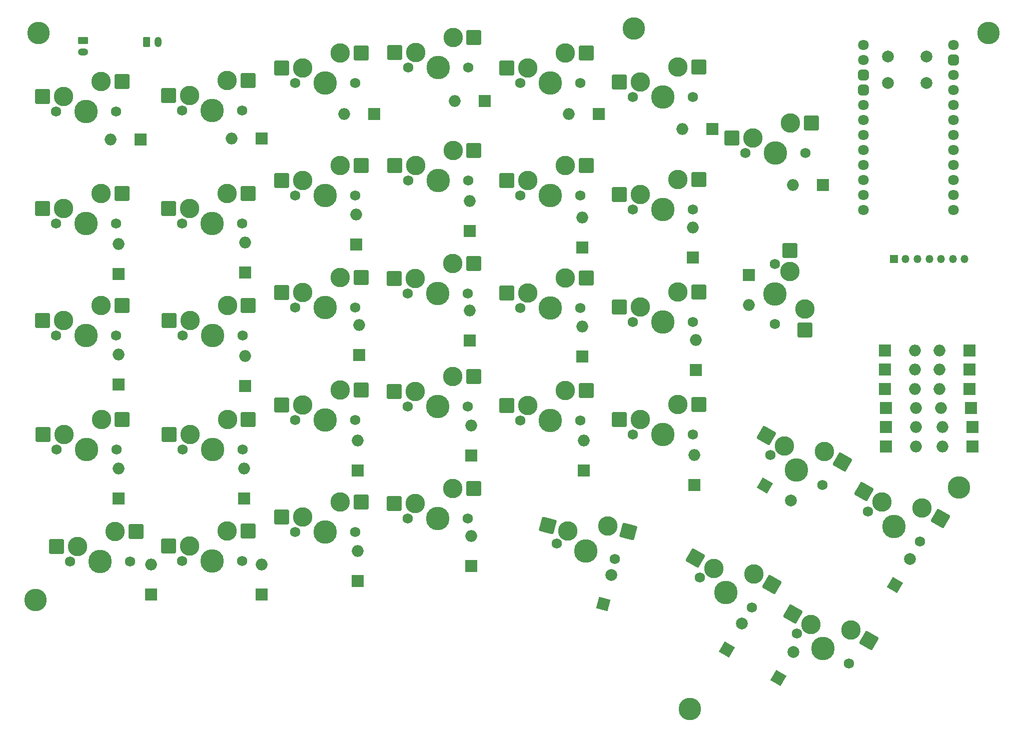
<source format=gbs>
%TF.GenerationSoftware,KiCad,Pcbnew,8.0.2-1*%
%TF.CreationDate,2024-06-04T11:33:55+02:00*%
%TF.ProjectId,keyboard,6b657962-6f61-4726-942e-6b696361645f,rev?*%
%TF.SameCoordinates,Original*%
%TF.FileFunction,Soldermask,Bot*%
%TF.FilePolarity,Negative*%
%FSLAX46Y46*%
G04 Gerber Fmt 4.6, Leading zero omitted, Abs format (unit mm)*
G04 Created by KiCad (PCBNEW 8.0.2-1) date 2024-06-04 11:33:55*
%MOMM*%
%LPD*%
G01*
G04 APERTURE LIST*
G04 Aperture macros list*
%AMRoundRect*
0 Rectangle with rounded corners*
0 $1 Rounding radius*
0 $2 $3 $4 $5 $6 $7 $8 $9 X,Y pos of 4 corners*
0 Add a 4 corners polygon primitive as box body*
4,1,4,$2,$3,$4,$5,$6,$7,$8,$9,$2,$3,0*
0 Add four circle primitives for the rounded corners*
1,1,$1+$1,$2,$3*
1,1,$1+$1,$4,$5*
1,1,$1+$1,$6,$7*
1,1,$1+$1,$8,$9*
0 Add four rect primitives between the rounded corners*
20,1,$1+$1,$2,$3,$4,$5,0*
20,1,$1+$1,$4,$5,$6,$7,0*
20,1,$1+$1,$6,$7,$8,$9,0*
20,1,$1+$1,$8,$9,$2,$3,0*%
%AMHorizOval*
0 Thick line with rounded ends*
0 $1 width*
0 $2 $3 position (X,Y) of the first rounded end (center of the circle)*
0 $4 $5 position (X,Y) of the second rounded end (center of the circle)*
0 Add line between two ends*
20,1,$1,$2,$3,$4,$5,0*
0 Add two circle primitives to create the rounded ends*
1,1,$1,$2,$3*
1,1,$1,$4,$5*%
%AMRotRect*
0 Rectangle, with rotation*
0 The origin of the aperture is its center*
0 $1 length*
0 $2 width*
0 $3 Rotation angle, in degrees counterclockwise*
0 Add horizontal line*
21,1,$1,$2,0,0,$3*%
G04 Aperture macros list end*
%ADD10C,3.800000*%
%ADD11O,2.000000X2.000000*%
%ADD12R,2.000000X2.000000*%
%ADD13C,1.800000*%
%ADD14RoundRect,0.450000X-0.450000X-0.450000X0.450000X-0.450000X0.450000X0.450000X-0.450000X0.450000X0*%
%ADD15R,1.350000X1.350000*%
%ADD16O,1.350000X1.350000*%
%ADD17C,1.750000*%
%ADD18C,3.987800*%
%ADD19C,3.300000*%
%ADD20RoundRect,0.250000X1.000000X-1.025000X1.000000X1.025000X-1.000000X1.025000X-1.000000X-1.025000X0*%
%ADD21RoundRect,0.250000X1.025000X1.000000X-1.025000X1.000000X-1.025000X-1.000000X1.025000X-1.000000X0*%
%ADD22RotRect,2.000000X2.000000X330.000000*%
%ADD23HorizOval,2.000000X0.000000X0.000000X0.000000X0.000000X0*%
%ADD24RoundRect,0.250000X1.387676X0.353525X-0.387676X1.378525X-1.387676X-0.353525X0.387676X-1.378525X0*%
%ADD25RoundRect,0.250000X-0.625000X0.350000X-0.625000X-0.350000X0.625000X-0.350000X0.625000X0.350000X0*%
%ADD26O,1.750000X1.200000*%
%ADD27RotRect,2.000000X2.000000X60.000000*%
%ADD28HorizOval,2.000000X0.000000X0.000000X0.000000X0.000000X0*%
%ADD29RoundRect,0.250000X1.248893X0.700636X-0.731255X1.231215X-1.248893X-0.700636X0.731255X-1.231215X0*%
%ADD30RotRect,2.000000X2.000000X75.000000*%
%ADD31HorizOval,2.000000X0.000000X0.000000X0.000000X0.000000X0*%
%ADD32RoundRect,0.250000X-0.350000X-0.625000X0.350000X-0.625000X0.350000X0.625000X-0.350000X0.625000X0*%
%ADD33O,1.200000X1.750000*%
%ADD34C,2.000000*%
G04 APERTURE END LIST*
D10*
%TO.C,H1*%
X198250000Y-107500000D03*
%TD*%
D11*
%TO.C,D_I_[6:2]1*%
X194960000Y-84250000D03*
D12*
X200040000Y-84250000D03*
%TD*%
%TO.C,D_I[1:2]1*%
X200540000Y-100500000D03*
D11*
X195460000Y-100500000D03*
%TD*%
D12*
%TO.C,D_I_[2:1]1*%
X185960000Y-97250000D03*
D11*
X191040000Y-97250000D03*
%TD*%
D12*
%TO.C,D_I_[2:2]1*%
X200540000Y-97250000D03*
D11*
X195460000Y-97250000D03*
%TD*%
D10*
%TO.C,H2*%
X42500000Y-30500000D03*
%TD*%
D12*
%TO.C,D_I_[4:1]1*%
X185710000Y-90750000D03*
D11*
X190790000Y-90750000D03*
%TD*%
D12*
%TO.C,D_I_[5:1]1*%
X185710000Y-87500000D03*
D11*
X190790000Y-87500000D03*
%TD*%
D10*
%TO.C,H3*%
X152750000Y-145000000D03*
%TD*%
D12*
%TO.C,D_I_[5:2]1*%
X200040000Y-87500000D03*
D11*
X194960000Y-87500000D03*
%TD*%
D12*
%TO.C,D_I_[3:1]1*%
X185920000Y-94000000D03*
D11*
X191000000Y-94000000D03*
%TD*%
D10*
%TO.C,H6*%
X143250000Y-29750000D03*
%TD*%
D13*
%TO.C,U1*%
X182130000Y-32530000D03*
X182130000Y-35070000D03*
D14*
X182130000Y-37610000D03*
X182130000Y-40150000D03*
D13*
X182130000Y-42690000D03*
X182130000Y-45230000D03*
X182130000Y-47770000D03*
X182130000Y-50310000D03*
X182130000Y-52850000D03*
X182130000Y-55390000D03*
X182130000Y-57930000D03*
X182130000Y-60470000D03*
X197370000Y-32530000D03*
D14*
X197370000Y-35070000D03*
D13*
X197370000Y-37610000D03*
X197370000Y-40150000D03*
X197370000Y-42690000D03*
X197370000Y-45230000D03*
X197370000Y-47770000D03*
X197370000Y-50310000D03*
X197370000Y-52850000D03*
X197370000Y-55390000D03*
X197370000Y-57930000D03*
X197370000Y-60470000D03*
%TD*%
D10*
%TO.C,H7*%
X203250000Y-30500000D03*
%TD*%
D12*
%TO.C,D_I_[4:2]1*%
X200040000Y-90750000D03*
D11*
X194960000Y-90750000D03*
%TD*%
D12*
%TO.C,D_I_[3:2]1*%
X200290000Y-94000000D03*
D11*
X195210000Y-94000000D03*
%TD*%
D12*
%TO.C,D_I_[6:1]1*%
X185710000Y-84250000D03*
D11*
X190790000Y-84250000D03*
%TD*%
D10*
%TO.C,H5*%
X42000000Y-126500000D03*
%TD*%
D15*
%TO.C,Display_conn1*%
X187250000Y-68750000D03*
D16*
X189250000Y-68750000D03*
X191250000Y-68750000D03*
X193250000Y-68750000D03*
X195250000Y-68750000D03*
X197250000Y-68750000D03*
X199250000Y-68750000D03*
%TD*%
D12*
%TO.C,D[3:2]1*%
X96250000Y-66290000D03*
D11*
X96250000Y-61210000D03*
%TD*%
D17*
%TO.C,SW_[7:2]1*%
X167150000Y-79750000D03*
D18*
X167150000Y-74670000D03*
D17*
X167150000Y-69590000D03*
D19*
X169690000Y-70860000D03*
D20*
X169690000Y-67310000D03*
X172230000Y-80760000D03*
D19*
X172230000Y-77210000D03*
%TD*%
D17*
%TO.C,SW_[1:4]1*%
X55660000Y-101000000D03*
D18*
X50580000Y-101000000D03*
D17*
X45500000Y-101000000D03*
D19*
X46770000Y-98460000D03*
D21*
X43220000Y-98460000D03*
X56670000Y-95920000D03*
D19*
X53120000Y-95920000D03*
%TD*%
D12*
%TO.C,D[4:2]1*%
X115500000Y-64040000D03*
D11*
X115500000Y-58960000D03*
%TD*%
D12*
%TO.C,D[5:1]1*%
X137290000Y-44250000D03*
D11*
X132210000Y-44250000D03*
%TD*%
D12*
%TO.C,D[1:5]1*%
X61540000Y-125540000D03*
D11*
X61540000Y-120460000D03*
%TD*%
D12*
%TO.C,D[6:2]1*%
X153250000Y-68540000D03*
D11*
X153250000Y-63460000D03*
%TD*%
D17*
%TO.C,SW_[6:1]1*%
X153230000Y-41300000D03*
D18*
X148150000Y-41300000D03*
D17*
X143070000Y-41300000D03*
D19*
X144340000Y-38760000D03*
D21*
X140790000Y-38760000D03*
X154240000Y-36220000D03*
D19*
X150690000Y-36220000D03*
%TD*%
D12*
%TO.C,D[5:2]1*%
X134500000Y-66790000D03*
D11*
X134500000Y-61710000D03*
%TD*%
D17*
%TO.C,SW_[2:4]1*%
X77000000Y-101000000D03*
D18*
X71920000Y-101000000D03*
D17*
X66840000Y-101000000D03*
D19*
X68110000Y-98460000D03*
D21*
X64560000Y-98460000D03*
X78010000Y-95920000D03*
D19*
X74460000Y-95920000D03*
%TD*%
D17*
%TO.C,SW_[2:5]1*%
X76944800Y-119930500D03*
D18*
X71864800Y-119930500D03*
D17*
X66784800Y-119930500D03*
D19*
X68054800Y-117390500D03*
D21*
X64504800Y-117390500D03*
X77954800Y-114850500D03*
D19*
X74404800Y-114850500D03*
%TD*%
D17*
%TO.C,SW_[1:3]1*%
X55580000Y-81750000D03*
D18*
X50500000Y-81750000D03*
D17*
X45420000Y-81750000D03*
D19*
X46690000Y-79210000D03*
D21*
X43140000Y-79210000D03*
X56590000Y-76670000D03*
D19*
X53040000Y-76670000D03*
%TD*%
D12*
%TO.C,D[6:1]1*%
X156540000Y-46750000D03*
D11*
X151460000Y-46750000D03*
%TD*%
D12*
%TO.C,D[4:5]1*%
X115750000Y-120790000D03*
D11*
X115750000Y-115710000D03*
%TD*%
D22*
%TO.C,D[7:3]1*%
X165446100Y-107092500D03*
D23*
X169845509Y-109632500D03*
%TD*%
D17*
%TO.C,SW_[6:3]1*%
X153230000Y-79430500D03*
D18*
X148150000Y-79430500D03*
D17*
X143070000Y-79430500D03*
D19*
X144340000Y-76890500D03*
D21*
X140790000Y-76890500D03*
X154240000Y-74350500D03*
D19*
X150690000Y-74350500D03*
%TD*%
D17*
%TO.C,SW_[6:5]1*%
X163199409Y-127790001D03*
D18*
X158800000Y-125250000D03*
D17*
X154400591Y-122709999D03*
D19*
X156770444Y-121145295D03*
D24*
X153696053Y-119370295D03*
X166614095Y-123895591D03*
D19*
X163539705Y-122120591D03*
%TD*%
D17*
%TO.C,SW_[2:2]1*%
X76944800Y-62750000D03*
D18*
X71864800Y-62750000D03*
D17*
X66784800Y-62750000D03*
D19*
X68054800Y-60210000D03*
D21*
X64504800Y-60210000D03*
X77954800Y-57670000D03*
D19*
X74404800Y-57670000D03*
%TD*%
D25*
%TO.C,Battery1*%
X50000000Y-31750000D03*
D26*
X50000000Y-33750000D03*
%TD*%
D17*
%TO.C,SW_[4:3]1*%
X115144800Y-74630500D03*
D18*
X110064800Y-74630500D03*
D17*
X104984800Y-74630500D03*
D19*
X106254800Y-72090500D03*
D21*
X102704800Y-72090500D03*
X116154800Y-69550500D03*
D19*
X112604800Y-69550500D03*
%TD*%
D12*
%TO.C,D[1:1]1*%
X59740000Y-48500000D03*
D11*
X54660000Y-48500000D03*
%TD*%
D12*
%TO.C,D[4:1]1*%
X118040000Y-42000000D03*
D11*
X112960000Y-42000000D03*
%TD*%
D12*
%TO.C,D[2:4]1*%
X77250000Y-109290000D03*
D11*
X77250000Y-104210000D03*
%TD*%
D12*
%TO.C,D[1:4]1*%
X56000000Y-109290000D03*
D11*
X56000000Y-104210000D03*
%TD*%
D27*
%TO.C,D[6:5]1*%
X158960000Y-134899400D03*
D28*
X161500000Y-130499991D03*
%TD*%
D17*
%TO.C,SW_[6:4]1*%
X153230000Y-98450000D03*
D18*
X148150000Y-98450000D03*
D17*
X143070000Y-98450000D03*
D19*
X144340000Y-95910000D03*
D21*
X140790000Y-95910000D03*
X154240000Y-93370000D03*
D19*
X150690000Y-93370000D03*
%TD*%
D17*
%TO.C,SW_[5:5]1*%
X140000004Y-119550001D03*
D18*
X135093100Y-118235200D03*
D17*
X130186196Y-116920399D03*
D19*
X132070323Y-114795649D03*
D29*
X128641286Y-113876841D03*
X142290389Y-114904505D03*
D19*
X138861354Y-113985696D03*
%TD*%
D12*
%TO.C,D[6:4]1*%
X153500000Y-107040000D03*
D11*
X153500000Y-101960000D03*
%TD*%
D17*
%TO.C,SW_[7:3]1*%
X175150009Y-107050000D03*
D18*
X170750600Y-104510000D03*
D17*
X166351191Y-101970000D03*
D19*
X168721044Y-100405295D03*
D24*
X165646653Y-98630295D03*
X178564695Y-103155591D03*
D19*
X175490305Y-101380591D03*
%TD*%
D17*
%TO.C,SW_[3:1]1*%
X96080000Y-38950600D03*
D18*
X91000000Y-38950600D03*
D17*
X85920000Y-38950600D03*
D19*
X87190000Y-36410600D03*
D21*
X83640000Y-36410600D03*
X97090000Y-33870600D03*
D19*
X93540000Y-33870600D03*
%TD*%
D17*
%TO.C,SW_[6:2]1*%
X153230000Y-60350000D03*
D18*
X148150000Y-60350000D03*
D17*
X143070000Y-60350000D03*
D19*
X144340000Y-57810000D03*
D21*
X140790000Y-57810000D03*
X154240000Y-55270000D03*
D19*
X150690000Y-55270000D03*
%TD*%
D12*
%TO.C,D[5:4]1*%
X134750000Y-104540000D03*
D11*
X134750000Y-99460000D03*
%TD*%
D30*
%TO.C,D[5:5]1*%
X138092600Y-127203500D03*
D31*
X139407401Y-122296597D03*
%TD*%
D12*
%TO.C,D[1:2]1*%
X56000000Y-71290000D03*
D11*
X56000000Y-66210000D03*
%TD*%
D12*
%TO.C,D[2:3]1*%
X77500000Y-90290000D03*
D11*
X77500000Y-85210000D03*
%TD*%
D17*
%TO.C,SW_[5:3]1*%
X134180000Y-77050000D03*
D18*
X129100000Y-77050000D03*
D17*
X124020000Y-77050000D03*
D19*
X125290000Y-74510000D03*
D21*
X121740000Y-74510000D03*
X135190000Y-71970000D03*
D19*
X131640000Y-71970000D03*
%TD*%
D12*
%TO.C,D[2:2]1*%
X77500000Y-71040000D03*
D11*
X77500000Y-65960000D03*
%TD*%
D17*
%TO.C,SW_[7:5]1*%
X179649409Y-137290000D03*
D18*
X175250000Y-134750000D03*
D17*
X170850591Y-132210000D03*
D19*
X173220444Y-130645295D03*
D24*
X170146053Y-128870295D03*
X183064095Y-133395591D03*
D19*
X179989705Y-131620591D03*
%TD*%
D17*
%TO.C,SW_[3:4]1*%
X96080000Y-96000000D03*
D18*
X91000000Y-96000000D03*
D17*
X85920000Y-96000000D03*
D19*
X87190000Y-93460000D03*
D21*
X83640000Y-93460000D03*
X97090000Y-90920000D03*
D19*
X93540000Y-90920000D03*
%TD*%
D12*
%TO.C,D[3:5]1*%
X96500000Y-123290000D03*
D11*
X96500000Y-118210000D03*
%TD*%
D12*
%TO.C,D[1:3]1*%
X56000000Y-90040000D03*
D11*
X56000000Y-84960000D03*
%TD*%
D12*
%TO.C,D[4:4]1*%
X115750000Y-102040000D03*
D11*
X115750000Y-96960000D03*
%TD*%
D17*
%TO.C,SW_[5:1]1*%
X134180000Y-38950000D03*
D18*
X129100000Y-38950000D03*
D17*
X124020000Y-38950000D03*
D19*
X125290000Y-36410000D03*
D21*
X121740000Y-36410000D03*
X135190000Y-33870000D03*
D19*
X131640000Y-33870000D03*
%TD*%
D12*
%TO.C,D[7:1]1*%
X175290000Y-56250000D03*
D11*
X170210000Y-56250000D03*
%TD*%
D12*
%TO.C,DI_[1:1]1*%
X185960000Y-100500000D03*
D11*
X191040000Y-100500000D03*
%TD*%
D17*
%TO.C,SW_[4:5]1*%
X115160000Y-112750000D03*
D18*
X110080000Y-112750000D03*
D17*
X105000000Y-112750000D03*
D19*
X106270000Y-110210000D03*
D21*
X102720000Y-110210000D03*
X116170000Y-107670000D03*
D19*
X112620000Y-107670000D03*
%TD*%
D17*
%TO.C,SW_[1:5]1*%
X58000000Y-120000000D03*
D18*
X52920000Y-120000000D03*
D17*
X47840000Y-120000000D03*
D19*
X49110000Y-117460000D03*
D21*
X45560000Y-117460000D03*
X59010000Y-114920000D03*
D19*
X55460000Y-114920000D03*
%TD*%
D17*
%TO.C,SW_[4:4]1*%
X115160000Y-93750000D03*
D18*
X110080000Y-93750000D03*
D17*
X105000000Y-93750000D03*
D19*
X106270000Y-91210000D03*
D21*
X102720000Y-91210000D03*
X116170000Y-88670000D03*
D19*
X112620000Y-88670000D03*
%TD*%
D17*
%TO.C,SW_[2:1]1*%
X76960000Y-43600000D03*
D18*
X71880000Y-43600000D03*
D17*
X66800000Y-43600000D03*
D19*
X68070000Y-41060000D03*
D21*
X64520000Y-41060000D03*
X77970000Y-38520000D03*
D19*
X74420000Y-38520000D03*
%TD*%
D12*
%TO.C,D[7:2]1*%
X162750000Y-71435000D03*
D11*
X162750000Y-76515000D03*
%TD*%
D17*
%TO.C,SW_[5:4]1*%
X134180000Y-96100000D03*
D18*
X129100000Y-96100000D03*
D17*
X124020000Y-96100000D03*
D19*
X125290000Y-93560000D03*
D21*
X121740000Y-93560000D03*
X135190000Y-91020000D03*
D19*
X131640000Y-91020000D03*
%TD*%
D12*
%TO.C,D[2:5]1*%
X80250000Y-125540000D03*
D11*
X80250000Y-120460000D03*
%TD*%
D27*
%TO.C,D[7:5]1*%
X167730000Y-139699700D03*
D28*
X170270000Y-135300291D03*
%TD*%
D17*
%TO.C,SW_[2:3]1*%
X77000000Y-81750000D03*
D18*
X71920000Y-81750000D03*
D17*
X66840000Y-81750000D03*
D19*
X68110000Y-79210000D03*
D21*
X64560000Y-79210000D03*
X78010000Y-76670000D03*
D19*
X74460000Y-76670000D03*
%TD*%
D32*
%TO.C,ON/OFF1*%
X60750000Y-32000000D03*
D33*
X62750000Y-32000000D03*
%TD*%
D17*
%TO.C,SW_[4:2]1*%
X115180000Y-55500000D03*
D18*
X110100000Y-55500000D03*
D17*
X105020000Y-55500000D03*
D19*
X106290000Y-52960000D03*
D21*
X102740000Y-52960000D03*
X116190000Y-50420000D03*
D19*
X112640000Y-50420000D03*
%TD*%
D34*
%TO.C,SW1*%
X192750000Y-34500000D03*
X186250000Y-34500000D03*
X192750000Y-39000000D03*
X186250000Y-39000000D03*
%TD*%
D17*
%TO.C,SW_[4:1]1*%
X115180000Y-36350000D03*
D18*
X110100000Y-36350000D03*
D17*
X105020000Y-36350000D03*
D19*
X106290000Y-33810000D03*
D21*
X102740000Y-33810000D03*
X116190000Y-31270000D03*
D19*
X112640000Y-31270000D03*
%TD*%
D27*
%TO.C,D[7:4]1*%
X187480000Y-123949700D03*
D28*
X190020000Y-119550291D03*
%TD*%
D17*
%TO.C,SW_[3:5]1*%
X96080000Y-115000000D03*
D18*
X91000000Y-115000000D03*
D17*
X85920000Y-115000000D03*
D19*
X87190000Y-112460000D03*
D21*
X83640000Y-112460000D03*
X97090000Y-109920000D03*
D19*
X93540000Y-109920000D03*
%TD*%
D12*
%TO.C,D[3:3]1*%
X96750000Y-85040000D03*
D11*
X96750000Y-79960000D03*
%TD*%
D12*
%TO.C,D[3:4]1*%
X96500000Y-104540000D03*
D11*
X96500000Y-99460000D03*
%TD*%
D17*
%TO.C,SW_[7:4]1*%
X191699409Y-116590000D03*
D18*
X187300000Y-114050000D03*
D17*
X182900591Y-111510000D03*
D19*
X185270444Y-109945295D03*
D24*
X182196053Y-108170295D03*
X195114095Y-112695591D03*
D19*
X192039705Y-110920591D03*
%TD*%
D17*
%TO.C,SW_[1:1]1*%
X55580000Y-43750000D03*
D18*
X50500000Y-43750000D03*
D17*
X45420000Y-43750000D03*
D19*
X46690000Y-41210000D03*
D21*
X43140000Y-41210000D03*
X56590000Y-38670000D03*
D19*
X53040000Y-38670000D03*
%TD*%
D17*
%TO.C,SW_[5:2]1*%
X134180000Y-58000000D03*
D18*
X129100000Y-58000000D03*
D17*
X124020000Y-58000000D03*
D19*
X125290000Y-55460000D03*
D21*
X121740000Y-55460000D03*
X135190000Y-52920000D03*
D19*
X131640000Y-52920000D03*
%TD*%
D12*
%TO.C,D[6:3]1*%
X153750000Y-87540000D03*
D11*
X153750000Y-82460000D03*
%TD*%
D17*
%TO.C,SW_[3:2]1*%
X96080000Y-58000100D03*
D18*
X91000000Y-58000100D03*
D17*
X85920000Y-58000100D03*
D19*
X87190000Y-55460100D03*
D21*
X83640000Y-55460100D03*
X97090000Y-52920100D03*
D19*
X93540000Y-52920100D03*
%TD*%
D12*
%TO.C,D[5:3]1*%
X134500000Y-85290000D03*
D11*
X134500000Y-80210000D03*
%TD*%
D12*
%TO.C,D[4:3]1*%
X115500000Y-82540000D03*
D11*
X115500000Y-77460000D03*
%TD*%
D17*
%TO.C,SW_[1:2]1*%
X55580000Y-62750000D03*
D18*
X50500000Y-62750000D03*
D17*
X45420000Y-62750000D03*
D19*
X46690000Y-60210000D03*
D21*
X43140000Y-60210000D03*
X56590000Y-57670000D03*
D19*
X53040000Y-57670000D03*
%TD*%
D12*
%TO.C,D[2:1]1*%
X80240000Y-48400000D03*
D11*
X75160000Y-48400000D03*
%TD*%
D17*
%TO.C,SW_[3:3]1*%
X96080000Y-77000000D03*
D18*
X91000000Y-77000000D03*
D17*
X85920000Y-77000000D03*
D19*
X87190000Y-74460000D03*
D21*
X83640000Y-74460000D03*
X97090000Y-71920000D03*
D19*
X93540000Y-71920000D03*
%TD*%
D17*
%TO.C,SW_[7:1]1*%
X172280000Y-50850000D03*
D18*
X167200000Y-50850000D03*
D17*
X162120000Y-50850000D03*
D19*
X163390000Y-48310000D03*
D21*
X159840000Y-48310000D03*
X173290000Y-45770000D03*
D19*
X169740000Y-45770000D03*
%TD*%
D12*
%TO.C,D[3:1]1*%
X99340000Y-44200000D03*
D11*
X94260000Y-44200000D03*
%TD*%
M02*

</source>
